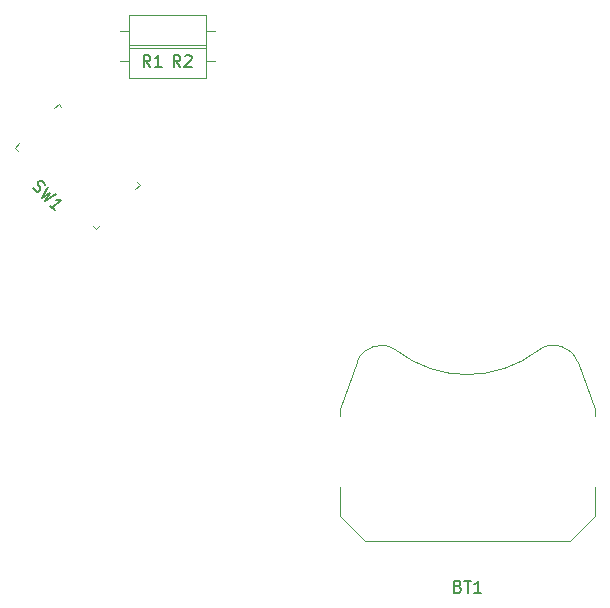
<source format=gto>
G04 #@! TF.GenerationSoftware,KiCad,Pcbnew,(5.1.2)-1*
G04 #@! TF.CreationDate,2019-06-22T12:29:30-06:00*
G04 #@! TF.ProjectId,superhashtagpcb,73757065-7268-4617-9368-746167706362,rev?*
G04 #@! TF.SameCoordinates,Original*
G04 #@! TF.FileFunction,Legend,Top*
G04 #@! TF.FilePolarity,Positive*
%FSLAX46Y46*%
G04 Gerber Fmt 4.6, Leading zero omitted, Abs format (unit mm)*
G04 Created by KiCad (PCBNEW (5.1.2)-1) date 2019-06-22 12:29:30*
%MOMM*%
%LPD*%
G04 APERTURE LIST*
%ADD10C,0.100000*%
%ADD11C,0.120000*%
%ADD12C,0.150000*%
G04 APERTURE END LIST*
D10*
X139080000Y-129080000D02*
X139080000Y-128450000D01*
X139080000Y-137540000D02*
X139080000Y-135080000D01*
X160640000Y-129080000D02*
X160640000Y-128450000D01*
X160640000Y-137540000D02*
X160640000Y-135080000D01*
X140534756Y-124491831D02*
G75*
G02X143860000Y-123530000I2015244J-738169D01*
G01*
X139080000Y-128450000D02*
X140520000Y-124500000D01*
X141160000Y-139620000D02*
X139080000Y-137540000D01*
X141160000Y-139620000D02*
X158560000Y-139620000D01*
X158560000Y-139620000D02*
X160640000Y-137540000D01*
X160640000Y-128450000D02*
X159200000Y-124500000D01*
X155863354Y-123513470D02*
G75*
G02X159200000Y-124500000I1306646J-1716530D01*
G01*
X155864601Y-123526464D02*
G75*
G02X143860000Y-123530000I-6004601J7806464D01*
G01*
D11*
X127730000Y-97890000D02*
X127730000Y-95150000D01*
X127730000Y-95150000D02*
X121190000Y-95150000D01*
X121190000Y-95150000D02*
X121190000Y-97890000D01*
X121190000Y-97890000D02*
X127730000Y-97890000D01*
X128500000Y-96520000D02*
X127730000Y-96520000D01*
X120420000Y-96520000D02*
X121190000Y-96520000D01*
X127730000Y-100430000D02*
X127730000Y-97690000D01*
X127730000Y-97690000D02*
X121190000Y-97690000D01*
X121190000Y-97690000D02*
X121190000Y-100430000D01*
X121190000Y-100430000D02*
X127730000Y-100430000D01*
X128500000Y-99060000D02*
X127730000Y-99060000D01*
X120420000Y-99060000D02*
X121190000Y-99060000D01*
D10*
X118430990Y-113217946D02*
X118183503Y-112970458D01*
X118430990Y-113217946D02*
X118784544Y-112864392D01*
X111572054Y-106359010D02*
X111819542Y-106606497D01*
X111572054Y-106359010D02*
X111925608Y-106005456D01*
X115249010Y-102682054D02*
X114895456Y-103035608D01*
X115249010Y-102682054D02*
X115496497Y-102929542D01*
X122107946Y-109540990D02*
X121860458Y-109293503D01*
X122107946Y-109540990D02*
X121754392Y-109894544D01*
D12*
X149074285Y-143508571D02*
X149217142Y-143556190D01*
X149264761Y-143603809D01*
X149312380Y-143699047D01*
X149312380Y-143841904D01*
X149264761Y-143937142D01*
X149217142Y-143984761D01*
X149121904Y-144032380D01*
X148740952Y-144032380D01*
X148740952Y-143032380D01*
X149074285Y-143032380D01*
X149169523Y-143080000D01*
X149217142Y-143127619D01*
X149264761Y-143222857D01*
X149264761Y-143318095D01*
X149217142Y-143413333D01*
X149169523Y-143460952D01*
X149074285Y-143508571D01*
X148740952Y-143508571D01*
X149598095Y-143032380D02*
X150169523Y-143032380D01*
X149883809Y-144032380D02*
X149883809Y-143032380D01*
X151026666Y-144032380D02*
X150455238Y-144032380D01*
X150740952Y-144032380D02*
X150740952Y-143032380D01*
X150645714Y-143175238D01*
X150550476Y-143270476D01*
X150455238Y-143318095D01*
X123023333Y-99512380D02*
X122690000Y-99036190D01*
X122451904Y-99512380D02*
X122451904Y-98512380D01*
X122832857Y-98512380D01*
X122928095Y-98560000D01*
X122975714Y-98607619D01*
X123023333Y-98702857D01*
X123023333Y-98845714D01*
X122975714Y-98940952D01*
X122928095Y-98988571D01*
X122832857Y-99036190D01*
X122451904Y-99036190D01*
X123975714Y-99512380D02*
X123404285Y-99512380D01*
X123690000Y-99512380D02*
X123690000Y-98512380D01*
X123594761Y-98655238D01*
X123499523Y-98750476D01*
X123404285Y-98798095D01*
X125563333Y-99512380D02*
X125230000Y-99036190D01*
X124991904Y-99512380D02*
X124991904Y-98512380D01*
X125372857Y-98512380D01*
X125468095Y-98560000D01*
X125515714Y-98607619D01*
X125563333Y-98702857D01*
X125563333Y-98845714D01*
X125515714Y-98940952D01*
X125468095Y-98988571D01*
X125372857Y-99036190D01*
X124991904Y-99036190D01*
X125944285Y-98607619D02*
X125991904Y-98560000D01*
X126087142Y-98512380D01*
X126325238Y-98512380D01*
X126420476Y-98560000D01*
X126468095Y-98607619D01*
X126515714Y-98702857D01*
X126515714Y-98798095D01*
X126468095Y-98940952D01*
X125896666Y-99512380D01*
X126515714Y-99512380D01*
X113072468Y-109747061D02*
X113139811Y-109881748D01*
X113308170Y-110050107D01*
X113409185Y-110083779D01*
X113476529Y-110083779D01*
X113577544Y-110050107D01*
X113644887Y-109982764D01*
X113678559Y-109881748D01*
X113678559Y-109814405D01*
X113644887Y-109713390D01*
X113543872Y-109545031D01*
X113510200Y-109444016D01*
X113510200Y-109376672D01*
X113543872Y-109275657D01*
X113611216Y-109208313D01*
X113712231Y-109174642D01*
X113779574Y-109174642D01*
X113880590Y-109208313D01*
X114048948Y-109376672D01*
X114116292Y-109511359D01*
X114385666Y-109713390D02*
X113846918Y-110588855D01*
X114486681Y-110218466D01*
X114116292Y-110858229D01*
X114991757Y-110319481D01*
X114924414Y-111666351D02*
X114520353Y-111262290D01*
X114722383Y-111464321D02*
X115429490Y-110757214D01*
X115261131Y-110790886D01*
X115126444Y-110790886D01*
X115025429Y-110757214D01*
M02*

</source>
